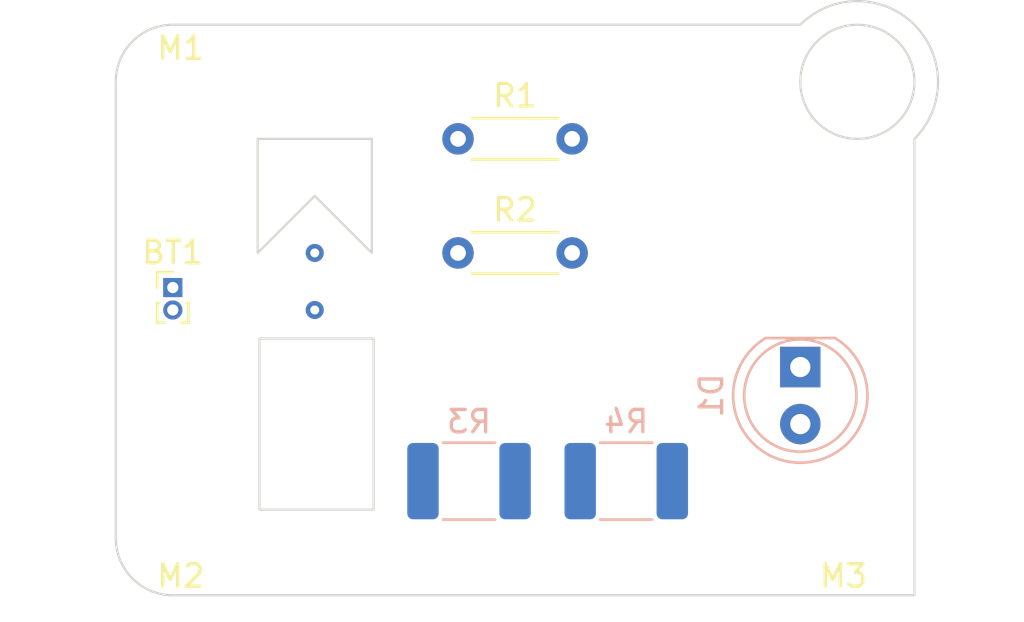
<source format=kicad_pcb>
(kicad_pcb (version 20240108) (generator "pcbnew") (generator_version "8.0")
  (layers (0 "F.Cu" signal) (31 "B.Cu" signal) (34 "B.Paste" user) (35 "F.Paste" user) (36 "B.SilkS" user "B.Silkscreen") (37 "F.SilkS" user "F.Silkscreen") (38 "B.Mask" user) (39 "F.Mask" user) (44 "Edge.Cuts" user))
  (net 0 "")
  (net 1 "Net-(D1-K)")
  (net 2 "Net-(D1-A)")
  (net 3 "Net-(BT1-+)")
  (net 4 "Net-(R1-Pad2)")
  (net 5 "Net-(BT1--)")
  (net 6 "Net-(R3-Pad2)")
  (footprint "MountingHole:MountingHole_2.1mm" (layer "F.Cu") (at 134 83.5)
    (property "Reference" "M3" (at 0 2 0) (layer "F.SilkS"))
    (property "Value" "MountingHole_2.1mm")
    (pad "" np_thru_hole circle (at 0 0) (size 2.1 2.1) (drill 2.1) (layers "*.Cu" "*.Mask"))
  )
  (footprint "MountingHole:MountingHole_2.1mm" (layer "F.Cu") (at 104.5 64)
    (property "Reference" "M1" (at 0 -2 0) (layer "F.SilkS"))
    (property "Value" "MountingHole_2.1mm")
    (pad "" np_thru_hole circle (at 0 0) (size 2.1 2.1) (drill 2.1) (layers "*.Cu" "*.Mask"))
  )
  (footprint "MountingHole:MountingHole_2.1mm" (layer "F.Cu") (at 104.5 83.5)
    (property "Reference" "M2" (at 0 2 0) (layer "F.SilkS"))
    (property "Value" "MountingHole_2.1mm")
    (pad "" np_thru_hole circle (at 0 0) (size 2.1 2.1) (drill 2.1) (layers "*.Cu" "*.Mask"))
  )
  (footprint "Resistor_THT:R_Axial_DIN0204_L3.6mm_D1.6mm_P5.08mm_Horizontal" (layer "F.Cu") (at 116.84 71.12)
    (property "Reference" "R2" (at 2.54 -1.92 0) (layer "F.SilkS"))
    (property "Value" "R")
    (fp_line (start 0.62 -0.92) (end 4.46 -0.92) (stroke (width 0.12)) (layer "F.SilkS"))
    (fp_line (start 0.62 0.92) (end 4.46 0.92) (stroke (width 0.12)) (layer "F.SilkS"))
    (pad "1" thru_hole circle (at 0 0) (size 1.4 1.4) (drill 0.7) (layers "*.Cu" "*.Mask") (net 4 "Net-(R1-Pad2)"))
    (pad "2" thru_hole oval (at 5.08 0) (size 1.4 1.4) (drill 0.7) (layers "*.Cu" "*.Mask") (net 2 "Net-(D1-A)"))
  )
  (footprint "Resistor_THT:R_Axial_DIN0204_L3.6mm_D1.6mm_P5.08mm_Horizontal" (layer "F.Cu") (at 116.84 66.04)
    (property "Reference" "R1" (at 2.54 -1.92 0) (layer "F.SilkS"))
    (property "Value" "R")
    (fp_line (start 0.62 -0.92) (end 4.46 -0.92) (stroke (width 0.12)) (layer "F.SilkS"))
    (fp_line (start 0.62 0.92) (end 4.46 0.92) (stroke (width 0.12)) (layer "F.SilkS"))
    (pad "1" thru_hole circle (at 0 0) (size 1.4 1.4) (drill 0.7) (layers "*.Cu" "*.Mask") (net 3 "Net-(BT1-+)"))
    (pad "2" thru_hole oval (at 5.08 0) (size 1.4 1.4) (drill 0.7) (layers "*.Cu" "*.Mask") (net 4 "Net-(R1-Pad2)"))
  )
  (footprint "Connector_PinHeader_1.00mm:PinHeader_1x02_P1.00mm_Vertical" (layer "F.Cu") (at 104.14 72.66)
    (property "Reference" "BT1" (at 0 -1.56 0) (layer "F.SilkS"))
    (property "Value" "Battery_Cell")
    (fp_line (start -0.695 -0.685) (end 0 -0.685) (stroke (width 0.12)) (layer "F.SilkS"))
    (fp_line (start -0.695 0) (end -0.695 -0.685) (stroke (width 0.12)) (layer "F.SilkS"))
    (fp_line (start -0.695 0.685) (end -0.695 1.56) (stroke (width 0.12)) (layer "F.SilkS"))
    (fp_line (start -0.695 0.685) (end -0.608276 0.685) (stroke (width 0.12)) (layer "F.SilkS"))
    (fp_line (start -0.695 1.56) (end -0.394493 1.56) (stroke (width 0.12)) (layer "F.SilkS"))
    (fp_line (start 0.394493 1.56) (end 0.695 1.56) (stroke (width 0.12)) (layer "F.SilkS"))
    (fp_line (start 0.608276 0.685) (end 0.695 0.685) (stroke (width 0.12)) (layer "F.SilkS"))
    (fp_line (start 0.695 0.685) (end 0.695 1.56) (stroke (width 0.12)) (layer "F.SilkS"))
    (pad "1" thru_hole rect (at 0 0) (size 0.85 0.85) (drill 0.5) (layers "*.Cu" "*.Mask") (net 3 "Net-(BT1-+)"))
    (pad "2" thru_hole oval (at 0 1) (size 0.85 0.85) (drill 0.5) (layers "*.Cu" "*.Mask") (net 5 "Net-(BT1--)"))
  )
  (footprint "Capacitor_SMD:C_1812_4532Metric" (layer "B.Cu") (at 124.33 81.28 180)
    (property "Reference" "R4" (at 0 2.65 0) (layer "B.SilkS") (effects (justify mirror)))
    (property "Value" "R")
    (fp_line (start -1.161252 1.71) (end 1.161252 1.71) (stroke (width 0.12)) (layer "B.SilkS"))
    (fp_line (start -1.161252 -1.71) (end 1.161252 -1.71) (stroke (width 0.12)) (layer "B.SilkS"))
    (pad "1" smd roundrect (at -2.05 0 180) (size 1.4 3.4) (layers "B.Cu" "B.Paste" "B.Mask") (roundrect_rratio 0.178571) (net 6 "Net-(R3-Pad2)"))
    (pad "2" smd roundrect (at 2.05 0 180) (size 1.4 3.4) (layers "B.Cu" "B.Paste" "B.Mask") (roundrect_rratio 0.178571) (net 1 "Net-(D1-K)"))
  )
  (footprint "Capacitor_SMD:C_1812_4532Metric" (layer "B.Cu") (at 117.33 81.28 180)
    (property "Reference" "R3" (at 0 2.65 0) (layer "B.SilkS") (effects (justify mirror)))
    (property "Value" "R")
    (fp_line (start -1.161252 1.71) (end 1.161252 1.71) (stroke (width 0.12)) (layer "B.SilkS"))
    (fp_line (start -1.161252 -1.71) (end 1.161252 -1.71) (stroke (width 0.12)) (layer "B.SilkS"))
    (pad "1" smd roundrect (at -2.05 0 180) (size 1.4 3.4) (layers "B.Cu" "B.Paste" "B.Mask") (roundrect_rratio 0.178571) (net 5 "Net-(BT1--)"))
    (pad "2" smd roundrect (at 2.05 0 180) (size 1.4 3.4) (layers "B.Cu" "B.Paste" "B.Mask") (roundrect_rratio 0.178571) (net 6 "Net-(R3-Pad2)"))
  )
  (footprint "LED_THT:LED_D5.0mm" (layer "B.Cu") (at 132.08 76.2 -90)
    (property "Reference" "D1" (at 1.27 3.96 90) (layer "B.SilkS") (effects (justify mirror)))
    (property "Value" "LED")
    (fp_line (start -1.29 -1.545) (end -1.29 1.545) (stroke (width 0.12)) (layer "B.SilkS"))
    (fp_arc (start 4.26 -0.000462) (mid 2.072002 2.880433) (end -1.29 1.54483) (stroke (width 0.12)) (layer "B.SilkS"))
    (fp_arc (start -1.29 -1.54483) (mid 2.072002 -2.880433) (end 4.26 0.000462) (stroke (width 0.12)) (layer "B.SilkS"))
    (fp_circle (center 1.27 0) (end 3.77 0) (stroke (width 0.12)) (fill none) (layer "B.SilkS"))
    (pad "1" thru_hole rect (at 0 0 270) (size 1.8 1.8) (drill 0.9) (layers "*.Cu" "*.Mask") (net 1 "Net-(D1-K)"))
    (pad "2" thru_hole circle (at 2.54 0 270) (size 1.8 1.8) (drill 0.9) (layers "*.Cu" "*.Mask") (net 2 "Net-(D1-A)"))
  )
  (gr_line (start 101.6 63.5) (end 101.6 83.82) (stroke (width 0.1)) (layer "Edge.Cuts"))
  (gr_rect (start 108 74.93) (end 113.08 82.55) (stroke (width 0.1)) (fill none) (layer "Edge.Cuts"))
  (gr_poly (pts (xy 107.92 71.12) (xy 110.46 68.58) (xy 113 71.12) (xy 113 66.04) (xy 107.92 66.04)) (stroke (width 0.1)) (fill none) (layer "Edge.Cuts"))
  (gr_line (start 137.16 86.36) (end 137.16 66.04) (stroke (width 0.1)) (layer "Edge.Cuts"))
  (gr_line (start 104.14 86.36) (end 137.16 86.36) (stroke (width 0.1)) (layer "Edge.Cuts"))
  (gr_arc (start 132.08 60.96) (mid 137.16 60.96) (end 137.16 66.04) (stroke (width 0.1)) (layer "Edge.Cuts"))
  (gr_arc (start 104.14 86.36) (mid 102.343949 85.616051) (end 101.6 83.82) (stroke (width 0.1)) (layer "Edge.Cuts"))
  (gr_line (start 132.08 60.96) (end 104.14 60.96) (stroke (width 0.1)) (layer "Edge.Cuts"))
  (gr_circle (center 134.62 63.5) (end 134.62 66.04) (stroke (width 0.1)) (fill none) (layer "Edge.Cuts"))
  (gr_arc (start 101.6 63.5) (mid 102.343949 61.703949) (end 104.14 60.96) (stroke (width 0.1)) (layer "Edge.Cuts"))
  (via (at 110.46 73.66) (size 0.8) (drill 0.4) (layers "F.Cu" "B.Cu") (net 0))
  (via (at 110.46 71.12) (size 0.8) (drill 0.4) (layers "F.Cu" "B.Cu") (net 0))
)
</source>
